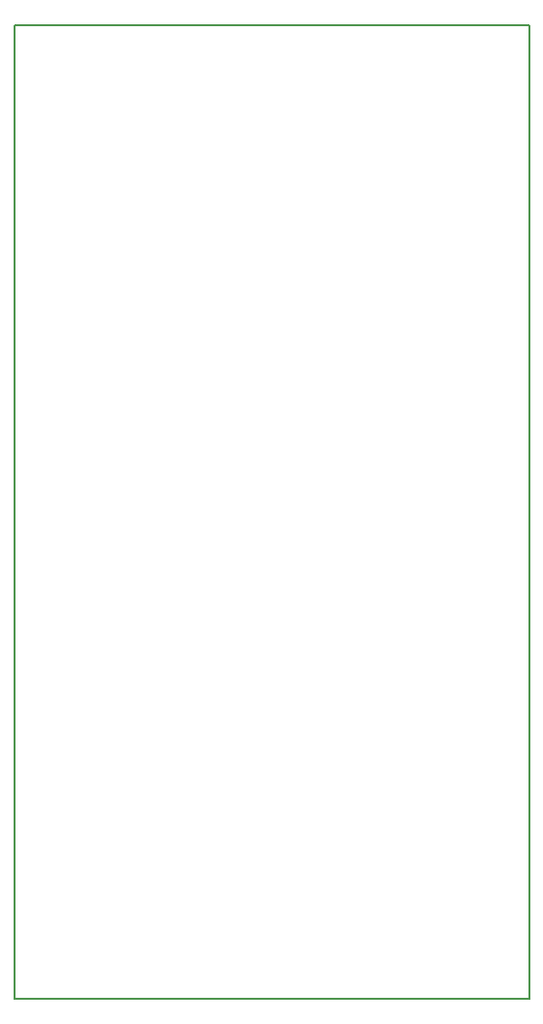
<source format=gbr>
G04 #@! TF.GenerationSoftware,KiCad,Pcbnew,9.0.0*
G04 #@! TF.CreationDate,2025-10-14T13:06:04-06:00*
G04 #@! TF.ProjectId,main_board,6d61696e-5f62-46f6-9172-642e6b696361,rev?*
G04 #@! TF.SameCoordinates,Original*
G04 #@! TF.FileFunction,Profile,NP*
%FSLAX46Y46*%
G04 Gerber Fmt 4.6, Leading zero omitted, Abs format (unit mm)*
G04 Created by KiCad (PCBNEW 9.0.0) date 2025-10-14 13:06:04*
%MOMM*%
%LPD*%
G01*
G04 APERTURE LIST*
G04 #@! TA.AperFunction,Profile*
%ADD10C,0.200000*%
G04 #@! TD*
G04 APERTURE END LIST*
D10*
X118130000Y-67300000D02*
X163130000Y-67300000D01*
X163130000Y-152300000D01*
X118130000Y-152300000D01*
X118130000Y-67300000D01*
M02*

</source>
